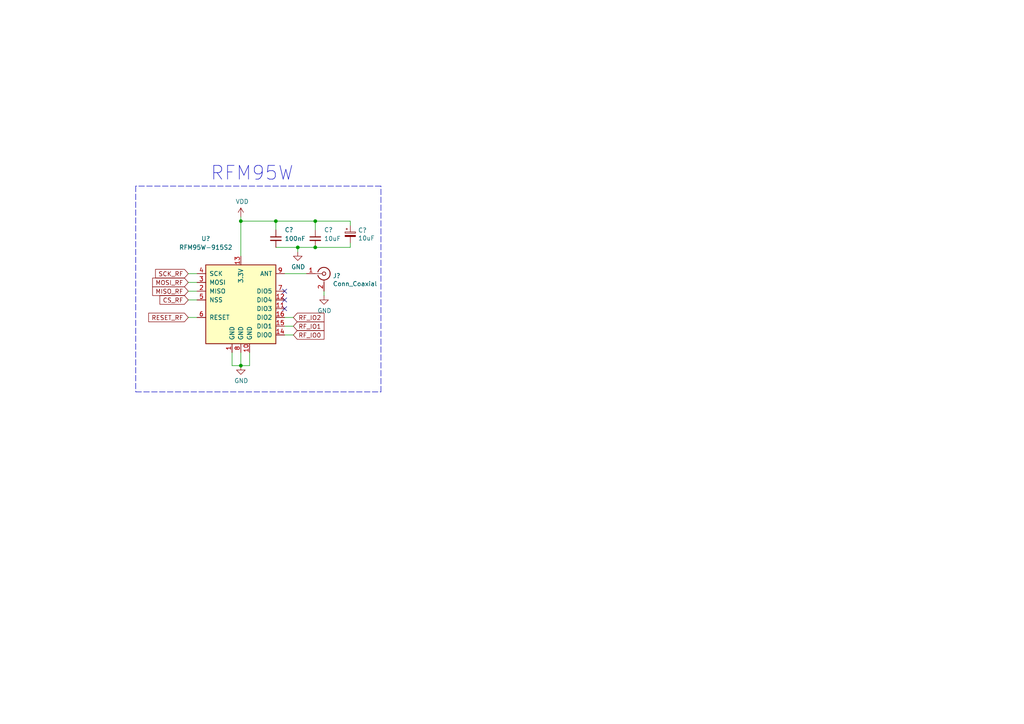
<source format=kicad_sch>
(kicad_sch (version 20211123) (generator eeschema)
  (paper "A4")
  (lib_symbols
    (symbol "Connector:Conn_Coaxial" (pin_names (offset 1.016) hide)
      (property "Reference" "J" (at 0.254 3.048 0))
      (property "Value" "Conn_Coaxial" (at 2.921 0 90))
      (symbol "Conn_Coaxial_0_1"
        (arc (start -1.778 -0.508) (mid 0.222 -1.808) (end 1.778 0) (stroke (width 0.254)))
        (polyline (pts (xy -2.54 0) (xy -0.508 0)))
        (polyline (pts (xy 0 -2.54) (xy 0 -1.778)))
        (circle (center 0 0) (radius 0.508) (stroke (width 0.2032)))
        (arc (start 1.778 0) (mid 0.222 1.8083) (end -1.778 0.508) (stroke (width 0.254)))
      )
      (symbol "Conn_Coaxial_1_1"
        (pin passive line (at -5.08 0 0) (length 2.54) (name "In") (number "1"))
        (pin passive line (at 0 -5.08 90) (length 2.54) (name "Ext") (number "2"))
      )
    )
    (symbol "Device:CP_Small" (pin_numbers hide) (pin_names (offset 0.254) hide)
      (property "Reference" "C" (at 0.254 1.778 0))
      (property "Value" "Device_CP_Small" (at 0.254 -2.032 0))
      (symbol "CP_Small_0_1"
        (rectangle (start -1.524 -0.3048) (end 1.524 -0.6858) (fill (type outline)))
        (rectangle (start -1.524 0.6858) (end 1.524 0.3048))
        (polyline (pts (xy -1.27 1.524) (xy -0.762 1.524)))
        (polyline (pts (xy -1.016 1.27) (xy -1.016 1.778)))
      )
      (symbol "CP_Small_1_1"
        (pin passive line (at 0 2.54 270) (length 1.8542) (name "~") (number "1"))
        (pin passive line (at 0 -2.54 90) (length 1.8542) (name "~") (number "2"))
      )
    )
    (symbol "Device:C_Small" (pin_numbers hide) (pin_names (offset 0.254) hide)
      (property "Reference" "C" (at 0.254 1.778 0))
      (property "Value" "C_Small" (at 0.254 -2.032 0))
      (symbol "C_Small_0_1"
        (polyline (pts (xy -1.524 -0.508) (xy 1.524 -0.508)) (stroke (width 0.3302)))
        (polyline (pts (xy -1.524 0.508) (xy 1.524 0.508)) (stroke (width 0.3048)))
      )
      (symbol "C_Small_1_1"
        (pin passive line (at 0 2.54 270) (length 2.032) (name "~") (number "1"))
        (pin passive line (at 0 -2.54 90) (length 2.032) (name "~") (number "2"))
      )
    )
    (symbol "RF_Module:RFM95W-915S2" (pin_names (offset 1.016))
      (property "Reference" "U" (at -10.414 11.684 0))
      (property "Value" "RFM95W-915S2" (at 1.524 11.43 0))
      (symbol "RFM95W-915S2_0_1"
        (rectangle (start -10.16 10.16) (end 10.16 -12.7) (stroke (width 0.254)) (fill (type background)))
      )
      (symbol "RFM95W-915S2_1_1"
        (pin power_in line (at -2.54 -15.24 90) (length 2.54) (name "GND") (number "1"))
        (pin power_in line (at 2.54 -15.24 90) (length 2.54) (name "GND") (number "10"))
        (pin bidirectional line (at 12.7 -2.54 180) (length 2.54) (name "DIO3") (number "11"))
        (pin bidirectional line (at 12.7 0 180) (length 2.54) (name "DIO4") (number "12"))
        (pin power_in line (at 0 12.7 270) (length 2.54) (name "3.3V") (number "13"))
        (pin bidirectional line (at 12.7 -10.16 180) (length 2.54) (name "DIO0") (number "14"))
        (pin bidirectional line (at 12.7 -7.62 180) (length 2.54) (name "DIO1") (number "15"))
        (pin bidirectional line (at 12.7 -5.08 180) (length 2.54) (name "DIO2") (number "16"))
        (pin output line (at -12.7 2.54 0) (length 2.54) (name "MISO") (number "2"))
        (pin input line (at -12.7 5.08 0) (length 2.54) (name "MOSI") (number "3"))
        (pin input line (at -12.7 7.62 0) (length 2.54) (name "SCK") (number "4"))
        (pin input line (at -12.7 0 0) (length 2.54) (name "NSS") (number "5"))
        (pin bidirectional line (at -12.7 -5.08 0) (length 2.54) (name "RESET") (number "6"))
        (pin bidirectional line (at 12.7 2.54 180) (length 2.54) (name "DIO5") (number "7"))
        (pin power_in line (at 0 -15.24 90) (length 2.54) (name "GND") (number "8"))
        (pin bidirectional line (at 12.7 7.62 180) (length 2.54) (name "ANT") (number "9"))
      )
    )
    (symbol "power:GND" (power) (pin_names (offset 0))
      (property "Value" "GND" (at 0 -3.81 0))
      (symbol "GND_0_1"
        (polyline (pts (xy 0 0) (xy 0 -1.27) (xy 1.27 -1.27) (xy 0 -2.54) (xy -1.27 -1.27) (xy 0 -1.27)))
      )
      (symbol "GND_1_1"
        (pin power_in line (at 0 0 270) (length 0) hide (name "GND") (number "1"))
      )
    )
    (symbol "power:VDD" (power) (pin_names (offset 0))
      (property "Value" "VDD" (at 0 3.81 0))
      (symbol "VDD_0_1"
        (polyline (pts (xy -0.762 1.27) (xy 0 2.54)))
        (polyline (pts (xy 0 0) (xy 0 2.54)))
        (polyline (pts (xy 0 2.54) (xy 0.762 1.27)))
      )
      (symbol "VDD_1_1"
        (pin power_in line (at 0 0 90) (length 0) hide (name "VDD") (number "1"))
      )
    )
  )
  (junction (at 91.44 64.135))
  (junction (at 69.85 64.135))
  (junction (at 86.36 71.755))
  (junction (at 69.85 106.045))
  (junction (at 91.44 71.755))
  (junction (at 80.01 64.135))
  (no_connect (at 82.55 86.995))
  (no_connect (at 82.55 84.455))
  (no_connect (at 82.55 89.535))
  (wire (pts (xy 54.61 84.455) (xy 57.15 84.455)))
  (wire (pts (xy 72.39 106.045) (xy 69.85 106.045)))
  (polyline (pts (xy 39.37 113.665) (xy 110.49 113.665)))
  (wire (pts (xy 101.6 64.135) (xy 101.6 65.405)))
  (wire (pts (xy 82.55 97.155) (xy 85.09 97.155)))
  (wire (pts (xy 54.61 81.915) (xy 57.15 81.915)))
  (wire (pts (xy 91.44 64.135) (xy 91.44 66.675)))
  (wire (pts (xy 86.36 71.755) (xy 91.44 71.755)))
  (wire (pts (xy 101.6 70.485) (xy 101.6 71.755)))
  (wire (pts (xy 69.85 102.235) (xy 69.85 106.045)))
  (wire (pts (xy 93.98 84.455) (xy 93.98 85.725)))
  (wire (pts (xy 82.55 92.075) (xy 85.09 92.075)))
  (wire (pts (xy 72.39 102.235) (xy 72.39 106.045)))
  (polyline (pts (xy 110.49 53.975) (xy 39.37 53.975)))
  (wire (pts (xy 91.44 64.135) (xy 101.6 64.135)))
  (wire (pts (xy 101.6 71.755) (xy 91.44 71.755)))
  (wire (pts (xy 67.31 106.045) (xy 69.85 106.045)))
  (wire (pts (xy 80.01 71.755) (xy 86.36 71.755)))
  (wire (pts (xy 86.36 71.755) (xy 86.36 73.025)))
  (wire (pts (xy 54.61 86.995) (xy 57.15 86.995)))
  (polyline (pts (xy 110.49 113.665) (xy 110.49 53.975)))
  (wire (pts (xy 69.85 64.135) (xy 69.85 74.295)))
  (wire (pts (xy 80.01 64.135) (xy 80.01 66.675)))
  (wire (pts (xy 69.85 64.135) (xy 80.01 64.135)))
  (polyline (pts (xy 39.37 53.975) (xy 39.37 113.665)))
  (wire (pts (xy 67.31 102.235) (xy 67.31 106.045)))
  (wire (pts (xy 69.85 62.865) (xy 69.85 64.135)))
  (wire (pts (xy 57.15 92.075) (xy 54.61 92.075)))
  (wire (pts (xy 54.61 79.375) (xy 57.15 79.375)))
  (wire (pts (xy 82.55 94.615) (xy 85.09 94.615)))
  (wire (pts (xy 80.01 64.135) (xy 91.44 64.135)))
  (wire (pts (xy 82.55 79.375) (xy 88.9 79.375)))
  (text "RFM95W" (at 60.96 52.705 0) (effects (font (size 3.9878 3.9878)) (justify left bottom)))
  (global_label "MOSI_RF" (shape input) (at 54.61 81.915 180) (property "Intersheet References" "${INTERSHEET_REFS}" (effects hide)))
  (global_label "RF_IO2" (shape input) (at 85.09 92.075 0) (property "Intersheet References" "${INTERSHEET_REFS}" (effects hide)))
  (global_label "RF_IO1" (shape input) (at 85.09 94.615 0) (property "Intersheet References" "${INTERSHEET_REFS}" (effects hide)))
  (global_label "MISO_RF" (shape input) (at 54.61 84.455 180) (property "Intersheet References" "${INTERSHEET_REFS}" (effects hide)))
  (global_label "RESET_RF" (shape input) (at 54.61 92.075 180) (property "Intersheet References" "${INTERSHEET_REFS}" (effects hide)))
  (global_label "SCK_RF" (shape input) (at 54.61 79.375 180) (property "Intersheet References" "${INTERSHEET_REFS}" (effects hide)))
  (global_label "CS_RF" (shape input) (at 54.61 86.995 180) (property "Intersheet References" "${INTERSHEET_REFS}" (effects hide)))
  (global_label "RF_IO0" (shape input) (at 85.09 97.155 0) (property "Intersheet References" "${INTERSHEET_REFS}" (effects hide)))
  (symbol (lib_id "Device:C_Small") (at 91.44 69.215 0) (unit 1)
    (property "Reference" "C?" (at 93.98 66.675 0) (effects (justify left)))
    (property "Value" "10uF" (at 93.98 69.215 0) (effects (justify left)))
    (property "Footprint" "Capacitor_SMD:C_0603_1608Metric" (effects hide))
  )
  (symbol (lib_id "power:GND") (at 93.98 85.725 0) (unit 1)
    (property "Reference" "#PWR?" (effects hide))
    (property "Value" "GND" (at 94.107 90.1192 0))
  )
  (symbol (lib_id "power:VDD") (at 69.85 62.865 0) (unit 1)
    (property "Reference" "#PWR?" (effects hide))
    (property "Value" "VDD" (at 70.231 58.4708 0))
  )
  (symbol (lib_id "RF_Module:RFM95W-915S2") (at 69.85 86.995 0) (unit 1)
    (property "Reference" "U?" (at 59.69 69.215 0))
    (property "Value" "RFM95W-915S2" (at 59.69 71.755 0))
    (property "Footprint" "RF_Module:HOPERF_RFM9XW_SMD" (effects hide))
    (property "Datasheet" "https://www.hoperf.com/data/upload/portal/20181127/5bfcbea20e9ef.pdf" (effects hide))
  )
  (symbol (lib_id "Device:C_Small") (at 80.01 69.215 0) (unit 1)
    (property "Reference" "C?" (at 82.55 66.675 0) (effects (justify left)))
    (property "Value" "100nF" (at 82.55 69.215 0) (effects (justify left)))
    (property "Footprint" "Capacitor_SMD:C_0603_1608Metric" (effects hide))
  )
  (symbol (lib_id "Device:CP_Small") (at 101.6 67.945 0) (unit 1)
    (property "Reference" "C?" (at 103.8352 66.7766 0) (effects (justify left)))
    (property "Value" "10uF" (at 103.8352 69.088 0) (effects (justify left)))
    (property "Footprint" "Capacitor_Tantalum_SMD:CP_EIA-3216-18_Kemet-A" (effects hide))
  )
  (symbol (lib_id "power:GND") (at 69.85 106.045 0) (unit 1)
    (property "Reference" "#PWR?" (effects hide))
    (property "Value" "GND" (at 69.977 110.4392 0))
  )
  (symbol (lib_id "power:GND") (at 86.36 73.025 0) (unit 1)
    (property "Reference" "#PWR?" (effects hide))
    (property "Value" "GND" (at 86.487 77.4192 0))
  )
  (symbol (lib_id "Connector:Conn_Coaxial") (at 93.98 79.375 0) (unit 1)
    (property "Reference" "J?" (at 96.52 80.01 0) (effects (justify left)))
    (property "Value" "Conn_Coaxial" (at 96.52 82.3214 0) (effects (justify left)))
    (property "Footprint" "Connector_Coaxial:SMA_Amphenol_132291_Vertical" (effects hide))
    (property "Datasheet" " ~" (effects hide))
  )
)
</source>
